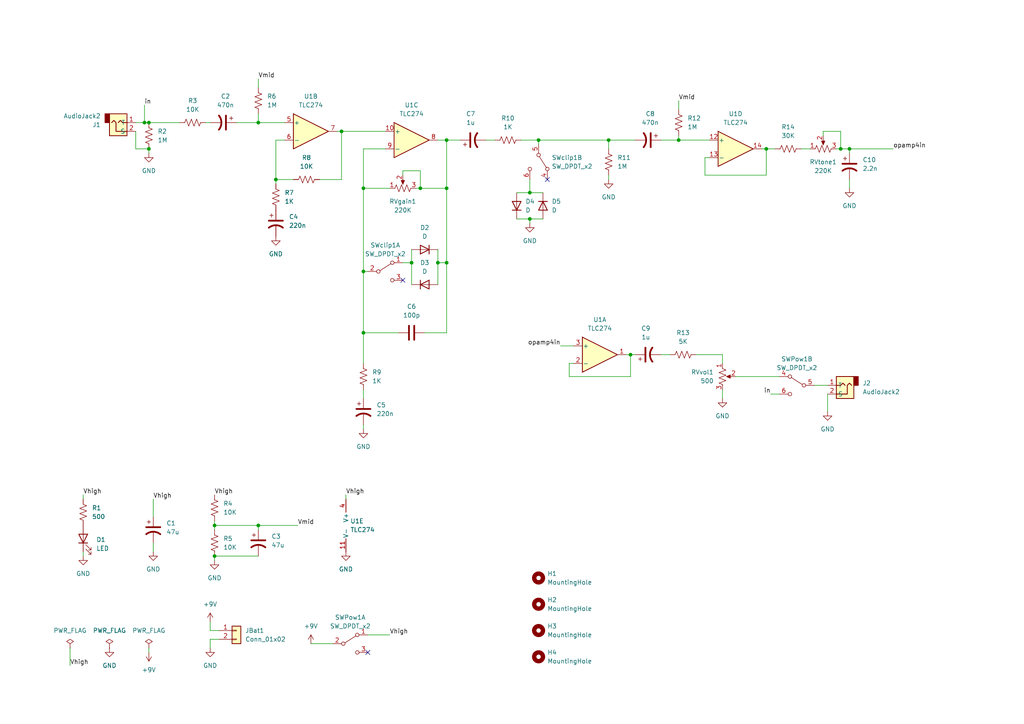
<source format=kicad_sch>
(kicad_sch (version 20211123) (generator eeschema)
  (paper "A4")
  (title_block (title "OD-DS-FZ") (date "2022-10-18") (rev "v0.0.0"))
  (lib_symbols
    (symbol "Amplifier_Operational:TLC274" (pin_names (offset 0.127))
      (property "Reference" "U" (at 0 5.08 0))
      (property "Value" "TLC274" (at 0 -5.08 0))
      (symbol "TLC274_1_1"
        (polyline (pts (xy -5.08 5.08) (xy 5.08 0) (xy -5.08 -5.08) (xy -5.08 5.08)) (stroke (width 0.254)) (fill (type background)))
        (pin output line (at 7.62 0 180) (length 2.54) (name "~") (number "1"))
        (pin input line (at -7.62 -2.54 0) (length 2.54) (name "-") (number "2"))
        (pin input line (at -7.62 2.54 0) (length 2.54) (name "+") (number "3"))
      )
      (symbol "TLC274_2_1"
        (polyline (pts (xy -5.08 5.08) (xy 5.08 0) (xy -5.08 -5.08) (xy -5.08 5.08)) (stroke (width 0.254)) (fill (type background)))
        (pin input line (at -7.62 2.54 0) (length 2.54) (name "+") (number "5"))
        (pin input line (at -7.62 -2.54 0) (length 2.54) (name "-") (number "6"))
        (pin output line (at 7.62 0 180) (length 2.54) (name "~") (number "7"))
      )
      (symbol "TLC274_3_1"
        (polyline (pts (xy -5.08 5.08) (xy 5.08 0) (xy -5.08 -5.08) (xy -5.08 5.08)) (stroke (width 0.254)) (fill (type background)))
        (pin input line (at -7.62 2.54 0) (length 2.54) (name "+") (number "10"))
        (pin output line (at 7.62 0 180) (length 2.54) (name "~") (number "8"))
        (pin input line (at -7.62 -2.54 0) (length 2.54) (name "-") (number "9"))
      )
      (symbol "TLC274_4_1"
        (polyline (pts (xy -5.08 5.08) (xy 5.08 0) (xy -5.08 -5.08) (xy -5.08 5.08)) (stroke (width 0.254)) (fill (type background)))
        (pin input line (at -7.62 2.54 0) (length 2.54) (name "+") (number "12"))
        (pin input line (at -7.62 -2.54 0) (length 2.54) (name "-") (number "13"))
        (pin output line (at 7.62 0 180) (length 2.54) (name "~") (number "14"))
      )
      (symbol "TLC274_5_1"
        (pin power_in line (at -2.54 -7.62 90) (length 3.81) (name "V-") (number "11"))
        (pin power_in line (at -2.54 7.62 270) (length 3.81) (name "V+") (number "4"))
      )
    )
    (symbol "AudioJack2_1"
      (property "Reference" "J1" (at -5.08 0.6351 0))
      (property "Value" "AudioJack2_1" (at -5.08 -1.9049 0))
      (symbol "AudioJack2_1_0_1"
        (rectangle (start -3.81 0) (end -2.54 -2.54) (stroke (width 0.254)) (fill (type outline)))
        (rectangle (start -2.54 3.81) (end 2.54 -2.54) (stroke (width 0.254)) (fill (type background)))
        (polyline (pts (xy 0 0) (xy 0.635 -0.635) (xy 1.27 0) (xy 2.54 0)) (stroke (width 0.254)))
        (polyline (pts (xy 2.54 2.54) (xy -0.635 2.54) (xy -0.635 0) (xy -1.27 -0.635) (xy -1.905 0)) (stroke (width 0.254)))
      )
      (symbol "AudioJack2_1_1_1"
        (pin passive line (at 5.08 0 180) (length 2.54) (name "T") (number "1"))
        (pin passive line (at 5.08 2.54 180) (length 2.54) (name "S") (number "2"))
      )
    )
    (symbol "Connector_Generic:Conn_01x02" (pin_names (offset 1.016) hide)
      (property "Reference" "J" (at 0 2.54 0))
      (property "Value" "Conn_01x02" (at 0 -5.08 0))
      (symbol "Conn_01x02_1_1"
        (rectangle (start -1.27 -2.413) (end 0 -2.667) (stroke (width 0.1524)))
        (rectangle (start -1.27 0.127) (end 0 -0.127) (stroke (width 0.1524)))
        (rectangle (start -1.27 1.27) (end 1.27 -3.81) (stroke (width 0.254)) (fill (type background)))
        (pin passive line (at -5.08 0 0) (length 3.81) (name "Pin_1") (number "1"))
        (pin passive line (at -5.08 -2.54 0) (length 3.81) (name "Pin_2") (number "2"))
      )
    )
    (symbol "Device:C" (pin_numbers hide) (pin_names (offset 0.254))
      (property "Reference" "C" (at 0.635 2.54 0))
      (property "Value" "C" (at 0.635 -2.54 0))
      (symbol "C_0_1"
        (polyline (pts (xy -2.032 -0.762) (xy 2.032 -0.762)) (stroke (width 0.508)))
        (polyline (pts (xy -2.032 0.762) (xy 2.032 0.762)) (stroke (width 0.508)))
      )
      (symbol "C_1_1"
        (pin passive line (at 0 3.81 270) (length 2.794) (name "~") (number "1"))
        (pin passive line (at 0 -3.81 90) (length 2.794) (name "~") (number "2"))
      )
    )
    (symbol "Device:C_Polarized_US" (pin_numbers hide) (pin_names (offset 0.254) hide)
      (property "Reference" "C" (at 0.635 2.54 0))
      (property "Value" "C_Polarized_US" (at 0.635 -2.54 0))
      (symbol "C_Polarized_US_0_1"
        (polyline (pts (xy -2.032 0.762) (xy 2.032 0.762)) (stroke (width 0.508)))
        (polyline (pts (xy -1.778 2.286) (xy -0.762 2.286)))
        (polyline (pts (xy -1.27 1.778) (xy -1.27 2.794)))
        (arc (start 2.032 -1.27) (mid 0 -0.5572) (end -2.032 -1.27) (stroke (width 0.508)))
      )
      (symbol "C_Polarized_US_1_1"
        (pin passive line (at 0 3.81 270) (length 2.794) (name "~") (number "1"))
        (pin passive line (at 0 -3.81 90) (length 3.302) (name "~") (number "2"))
      )
    )
    (symbol "Device:D" (pin_numbers hide) (pin_names (offset 1.016) hide)
      (property "Reference" "D" (at 0 2.54 0))
      (property "Value" "D" (at 0 -2.54 0))
      (symbol "D_0_1"
        (polyline (pts (xy -1.27 1.27) (xy -1.27 -1.27)) (stroke (width 0.254)))
        (polyline (pts (xy 1.27 0) (xy -1.27 0)))
        (polyline (pts (xy 1.27 1.27) (xy 1.27 -1.27) (xy -1.27 0) (xy 1.27 1.27)) (stroke (width 0.254)))
      )
      (symbol "D_1_1"
        (pin passive line (at -3.81 0 0) (length 2.54) (name "K") (number "1"))
        (pin passive line (at 3.81 0 180) (length 2.54) (name "A") (number "2"))
      )
    )
    (symbol "Device:LED" (pin_numbers hide) (pin_names (offset 1.016) hide)
      (property "Reference" "D" (at 0 2.54 0))
      (property "Value" "LED" (at 0 -2.54 0))
      (symbol "LED_0_1"
        (polyline (pts (xy -1.27 -1.27) (xy -1.27 1.27)) (stroke (width 0.254)))
        (polyline (pts (xy -1.27 0) (xy 1.27 0)))
        (polyline (pts (xy 1.27 -1.27) (xy 1.27 1.27) (xy -1.27 0) (xy 1.27 -1.27)) (stroke (width 0.254)))
        (polyline (pts (xy -3.048 -0.762) (xy -4.572 -2.286) (xy -3.81 -2.286) (xy -4.572 -2.286) (xy -4.572 -1.524)))
        (polyline (pts (xy -1.778 -0.762) (xy -3.302 -2.286) (xy -2.54 -2.286) (xy -3.302 -2.286) (xy -3.302 -1.524)))
      )
      (symbol "LED_1_1"
        (pin passive line (at -3.81 0 0) (length 2.54) (name "K") (number "1"))
        (pin passive line (at 3.81 0 180) (length 2.54) (name "A") (number "2"))
      )
    )
    (symbol "Device:R_Potentiometer_US" (pin_names (offset 1.016) hide)
      (property "Reference" "RV" (at -4.445 0 90))
      (property "Value" "R_Potentiometer_US" (at -2.54 0 90))
      (symbol "R_Potentiometer_US_0_1"
        (polyline (pts (xy 0 -2.286) (xy 0 -2.54)))
        (polyline (pts (xy 0 2.54) (xy 0 2.286)))
        (polyline (pts (xy 2.54 0) (xy 1.524 0)))
        (polyline (pts (xy 1.143 0) (xy 2.286 0.508) (xy 2.286 -0.508) (xy 1.143 0)) (fill (type outline)))
        (polyline (pts (xy 0 -0.762) (xy 1.016 -1.143) (xy 0 -1.524) (xy -1.016 -1.905) (xy 0 -2.286)))
        (polyline (pts (xy 0 0.762) (xy 1.016 0.381) (xy 0 0) (xy -1.016 -0.381) (xy 0 -0.762)))
        (polyline (pts (xy 0 2.286) (xy 1.016 1.905) (xy 0 1.524) (xy -1.016 1.143) (xy 0 0.762)))
      )
      (symbol "R_Potentiometer_US_1_1"
        (pin passive line (at 0 3.81 270) (length 1.27) (name "1") (number "1"))
        (pin passive line (at 3.81 0 180) (length 1.27) (name "2") (number "2"))
        (pin passive line (at 0 -3.81 90) (length 1.27) (name "3") (number "3"))
      )
    )
    (symbol "Device:R_US" (pin_numbers hide) (pin_names (offset 0))
      (property "Reference" "R" (at 2.54 0 90))
      (property "Value" "R_US" (at -2.54 0 90))
      (symbol "R_US_0_1"
        (polyline (pts (xy 0 -2.286) (xy 0 -2.54)))
        (polyline (pts (xy 0 2.286) (xy 0 2.54)))
        (polyline (pts (xy 0 -0.762) (xy 1.016 -1.143) (xy 0 -1.524) (xy -1.016 -1.905) (xy 0 -2.286)))
        (polyline (pts (xy 0 0.762) (xy 1.016 0.381) (xy 0 0) (xy -1.016 -0.381) (xy 0 -0.762)))
        (polyline (pts (xy 0 2.286) (xy 1.016 1.905) (xy 0 1.524) (xy -1.016 1.143) (xy 0 0.762)))
      )
      (symbol "R_US_1_1"
        (pin passive line (at 0 3.81 270) (length 1.27) (name "~") (number "1"))
        (pin passive line (at 0 -3.81 90) (length 1.27) (name "~") (number "2"))
      )
    )
    (symbol "Mechanical:MountingHole" (pin_names (offset 1.016))
      (property "Reference" "H" (at 0 5.08 0))
      (property "Value" "MountingHole" (at 0 3.175 0))
      (symbol "MountingHole_0_1"
        (circle (center 0 0) (radius 1.27) (stroke (width 1.27)))
      )
    )
    (symbol "Switch:SW_DPDT_x2" (pin_names (offset 0) hide)
      (property "Reference" "SW" (at 0 4.318 0))
      (property "Value" "SW_DPDT_x2" (at 0 -5.08 0))
      (symbol "SW_DPDT_x2_0_0"
        (circle (center -2.032 0) (radius 0.508))
        (circle (center 2.032 -2.54) (radius 0.508))
      )
      (symbol "SW_DPDT_x2_0_1"
        (polyline (pts (xy -1.524 0.254) (xy 1.651 2.286)))
        (circle (center 2.032 2.54) (radius 0.508))
      )
      (symbol "SW_DPDT_x2_1_1"
        (pin passive line (at 5.08 2.54 180) (length 2.54) (name "A") (number "1"))
        (pin passive line (at -5.08 0 0) (length 2.54) (name "B") (number "2"))
        (pin passive line (at 5.08 -2.54 180) (length 2.54) (name "C") (number "3"))
      )
      (symbol "SW_DPDT_x2_2_1"
        (pin passive line (at 5.08 2.54 180) (length 2.54) (name "A") (number "4"))
        (pin passive line (at -5.08 0 0) (length 2.54) (name "B") (number "5"))
        (pin passive line (at 5.08 -2.54 180) (length 2.54) (name "C") (number "6"))
      )
    )
    (symbol "power:+9V" (power) (pin_names (offset 0))
      (property "Value" "+9V" (at 0 3.556 0))
      (symbol "+9V_0_1"
        (polyline (pts (xy -0.762 1.27) (xy 0 2.54)))
        (polyline (pts (xy 0 0) (xy 0 2.54)))
        (polyline (pts (xy 0 2.54) (xy 0.762 1.27)))
      )
      (symbol "+9V_1_1"
        (pin power_in line (at 0 0 90) (length 0) hide (name "+9V") (number "1"))
      )
    )
    (symbol "power:GND" (power) (pin_names (offset 0))
      (property "Value" "GND" (at 0 -3.81 0))
      (symbol "GND_0_1"
        (polyline (pts (xy 0 0) (xy 0 -1.27) (xy 1.27 -1.27) (xy 0 -2.54) (xy -1.27 -1.27) (xy 0 -1.27)))
      )
      (symbol "GND_1_1"
        (pin power_in line (at 0 0 270) (length 0) hide (name "GND") (number "1"))
      )
    )
    (symbol "power:PWR_FLAG" (power) (pin_numbers hide) (pin_names (offset 0) hide)
      (property "Value" "PWR_FLAG" (at 0 3.81 0))
      (symbol "PWR_FLAG_0_0"
        (pin power_out line (at 0 0 90) (length 0) (name "pwr") (number "1"))
      )
      (symbol "PWR_FLAG_0_1"
        (polyline (pts (xy 0 0) (xy 0 1.27) (xy -1.016 1.905) (xy 0 2.54) (xy 1.016 1.905) (xy 0 1.27)))
      )
    )
  )
  (junction (at 129.54 76.2))
  (junction (at 121.92 54.61))
  (junction (at 129.54 54.61))
  (junction (at 196.85 40.64))
  (junction (at 62.23 161.29))
  (junction (at 43.18 43.18))
  (junction (at 182.88 102.87))
  (junction (at 243.84 43.18))
  (junction (at 127 76.2))
  (junction (at 74.93 35.56))
  (junction (at 74.93 152.4))
  (junction (at 99.06 38.1))
  (junction (at 62.23 152.4))
  (junction (at 80.01 52.07))
  (junction (at 41.91 35.56))
  (junction (at 129.54 40.64))
  (junction (at 222.25 43.18))
  (junction (at 246.38 43.18))
  (junction (at 156.21 40.64))
  (junction (at 176.53 40.64))
  (junction (at 43.18 35.56))
  (junction (at 153.67 63.5))
  (junction (at 105.41 54.61))
  (junction (at 119.38 76.2))
  (junction (at 105.41 96.52))
  (junction (at 105.41 78.74))
  (junction (at 153.67 55.88))
  (no_connect (at 106.68 189.23))
  (no_connect (at 116.84 81.28))
  (no_connect (at 158.75 52.07))
  (wire (pts (xy 24.13 160.02) (xy 24.13 161.29)))
  (wire (pts (xy 62.23 161.29) (xy 74.93 161.29)))
  (wire (pts (xy 156.21 40.64) (xy 176.53 40.64)))
  (wire (pts (xy 43.18 35.56) (xy 52.07 35.56)))
  (wire (pts (xy 82.55 40.64) (xy 80.01 40.64)))
  (wire (pts (xy 151.13 40.64) (xy 156.21 40.64)))
  (wire (pts (xy 240.03 119.38) (xy 240.03 114.3)))
  (wire (pts (xy 129.54 54.61) (xy 129.54 76.2)))
  (wire (pts (xy 105.41 54.61) (xy 113.03 54.61)))
  (wire (pts (xy 63.5 182.88) (xy 60.96 182.88)))
  (wire (pts (xy 204.47 45.72) (xy 204.47 50.8)))
  (wire (pts (xy 236.22 111.76) (xy 240.03 111.76)))
  (wire (pts (xy 44.45 144.78) (xy 44.45 149.86)))
  (wire (pts (xy 223.52 114.3) (xy 226.06 114.3)))
  (wire (pts (xy 68.58 35.56) (xy 74.93 35.56)))
  (wire (pts (xy 129.54 40.64) (xy 133.35 40.64)))
  (wire (pts (xy 176.53 40.64) (xy 184.15 40.64)))
  (wire (pts (xy 121.92 54.61) (xy 129.54 54.61)))
  (wire (pts (xy 74.93 152.4) (xy 74.93 153.67)))
  (wire (pts (xy 196.85 29.21) (xy 196.85 31.75)))
  (wire (pts (xy 127 76.2) (xy 127 82.55)))
  (wire (pts (xy 232.41 43.18) (xy 234.95 43.18)))
  (wire (pts (xy 24.13 143.51) (xy 24.13 144.78)))
  (wire (pts (xy 129.54 40.64) (xy 127 40.64)))
  (wire (pts (xy 129.54 96.52) (xy 123.19 96.52)))
  (wire (pts (xy 182.88 102.87) (xy 181.61 102.87)))
  (wire (pts (xy 129.54 76.2) (xy 129.54 96.52)))
  (wire (pts (xy 209.55 113.03) (xy 209.55 115.57)))
  (wire (pts (xy 149.86 63.5) (xy 153.67 63.5)))
  (wire (pts (xy 176.53 43.18) (xy 176.53 40.64)))
  (wire (pts (xy 246.38 43.18) (xy 259.08 43.18)))
  (wire (pts (xy 176.53 50.8) (xy 176.53 52.07)))
  (wire (pts (xy 80.01 52.07) (xy 80.01 53.34)))
  (wire (pts (xy 106.68 78.74) (xy 105.41 78.74)))
  (wire (pts (xy 111.76 43.18) (xy 105.41 43.18)))
  (wire (pts (xy 105.41 78.74) (xy 105.41 96.52)))
  (wire (pts (xy 106.68 184.15) (xy 113.03 184.15)))
  (wire (pts (xy 156.21 40.64) (xy 156.21 41.91)))
  (wire (pts (xy 119.38 72.39) (xy 119.38 76.2)))
  (wire (pts (xy 246.38 43.18) (xy 246.38 44.45)))
  (wire (pts (xy 162.56 100.33) (xy 166.37 100.33)))
  (wire (pts (xy 182.88 102.87) (xy 184.15 102.87)))
  (wire (pts (xy 191.77 102.87) (xy 194.31 102.87)))
  (wire (pts (xy 105.41 113.03) (xy 105.41 115.57)))
  (wire (pts (xy 74.93 152.4) (xy 86.36 152.4)))
  (wire (pts (xy 105.41 43.18) (xy 105.41 54.61)))
  (wire (pts (xy 165.1 109.22) (xy 182.88 109.22)))
  (wire (pts (xy 153.67 63.5) (xy 157.48 63.5)))
  (wire (pts (xy 243.84 43.18) (xy 246.38 43.18)))
  (wire (pts (xy 105.41 96.52) (xy 105.41 105.41)))
  (wire (pts (xy 105.41 123.19) (xy 105.41 124.46)))
  (wire (pts (xy 62.23 152.4) (xy 74.93 152.4)))
  (wire (pts (xy 129.54 54.61) (xy 129.54 40.64)))
  (wire (pts (xy 182.88 109.22) (xy 182.88 102.87)))
  (wire (pts (xy 74.93 35.56) (xy 74.93 33.02)))
  (wire (pts (xy 59.69 35.56) (xy 60.96 35.56)))
  (wire (pts (xy 44.45 157.48) (xy 44.45 160.02)))
  (wire (pts (xy 127 72.39) (xy 127 76.2)))
  (wire (pts (xy 63.5 185.42) (xy 60.96 185.42)))
  (wire (pts (xy 222.25 50.8) (xy 222.25 43.18)))
  (wire (pts (xy 41.91 35.56) (xy 43.18 35.56)))
  (wire (pts (xy 149.86 55.88) (xy 153.67 55.88)))
  (wire (pts (xy 204.47 50.8) (xy 222.25 50.8)))
  (wire (pts (xy 246.38 52.07) (xy 246.38 54.61)))
  (wire (pts (xy 62.23 162.56) (xy 62.23 161.29)))
  (wire (pts (xy 119.38 76.2) (xy 119.38 82.55)))
  (wire (pts (xy 116.84 49.53) (xy 121.92 49.53)))
  (wire (pts (xy 60.96 185.42) (xy 60.96 187.96)))
  (wire (pts (xy 153.67 52.07) (xy 153.67 55.88)))
  (wire (pts (xy 243.84 38.1) (xy 243.84 43.18)))
  (wire (pts (xy 205.74 45.72) (xy 204.47 45.72)))
  (wire (pts (xy 80.01 52.07) (xy 85.09 52.07)))
  (wire (pts (xy 41.91 30.48) (xy 41.91 35.56)))
  (wire (pts (xy 166.37 105.41) (xy 165.1 105.41)))
  (wire (pts (xy 129.54 76.2) (xy 127 76.2)))
  (wire (pts (xy 60.96 182.88) (xy 60.96 180.34)))
  (wire (pts (xy 213.36 109.22) (xy 226.06 109.22)))
  (wire (pts (xy 153.67 64.77) (xy 153.67 63.5)))
  (wire (pts (xy 100.33 143.51) (xy 100.33 144.78)))
  (wire (pts (xy 99.06 52.07) (xy 99.06 38.1)))
  (wire (pts (xy 140.97 40.64) (xy 143.51 40.64)))
  (wire (pts (xy 99.06 38.1) (xy 111.76 38.1)))
  (wire (pts (xy 121.92 54.61) (xy 120.65 54.61)))
  (wire (pts (xy 43.18 187.96) (xy 43.18 189.23)))
  (wire (pts (xy 92.71 52.07) (xy 99.06 52.07)))
  (wire (pts (xy 153.67 55.88) (xy 157.48 55.88)))
  (wire (pts (xy 196.85 40.64) (xy 196.85 39.37)))
  (wire (pts (xy 74.93 22.86) (xy 74.93 25.4)))
  (wire (pts (xy 43.18 44.45) (xy 43.18 43.18)))
  (wire (pts (xy 196.85 40.64) (xy 205.74 40.64)))
  (wire (pts (xy 99.06 38.1) (xy 97.79 38.1)))
  (wire (pts (xy 105.41 96.52) (xy 115.57 96.52)))
  (wire (pts (xy 39.37 43.18) (xy 43.18 43.18)))
  (wire (pts (xy 74.93 35.56) (xy 82.55 35.56)))
  (wire (pts (xy 243.84 43.18) (xy 242.57 43.18)))
  (wire (pts (xy 105.41 78.74) (xy 105.41 54.61)))
  (wire (pts (xy 90.17 186.69) (xy 96.52 186.69)))
  (wire (pts (xy 209.55 102.87) (xy 209.55 105.41)))
  (wire (pts (xy 222.25 43.18) (xy 220.98 43.18)))
  (wire (pts (xy 238.76 39.37) (xy 238.76 38.1)))
  (wire (pts (xy 62.23 151.13) (xy 62.23 152.4)))
  (wire (pts (xy 191.77 40.64) (xy 196.85 40.64)))
  (wire (pts (xy 39.37 35.56) (xy 41.91 35.56)))
  (wire (pts (xy 201.93 102.87) (xy 209.55 102.87)))
  (wire (pts (xy 121.92 49.53) (xy 121.92 54.61)))
  (wire (pts (xy 62.23 152.4) (xy 62.23 153.67)))
  (wire (pts (xy 39.37 38.1) (xy 39.37 43.18)))
  (wire (pts (xy 116.84 50.8) (xy 116.84 49.53)))
  (wire (pts (xy 20.32 187.96) (xy 20.32 193.04)))
  (wire (pts (xy 238.76 38.1) (xy 243.84 38.1)))
  (wire (pts (xy 116.84 76.2) (xy 119.38 76.2)))
  (wire (pts (xy 222.25 43.18) (xy 224.79 43.18)))
  (wire (pts (xy 80.01 40.64) (xy 80.01 52.07)))
  (wire (pts (xy 165.1 105.41) (xy 165.1 109.22)))
  (label "in" (at 41.91 30.48 0))
  (label "in" (at 223.52 114.3 180))
  (label "Vhigh" (at 20.32 193.04 0))
  (label "opamp4in" (at 162.56 100.33 180))
  (label "Vmid" (at 86.36 152.4 0))
  (label "Vhigh" (at 113.03 184.15 0))
  (label "Vhigh" (at 24.13 143.51 0))
  (label "Vhigh" (at 62.23 143.51 0))
  (label "opamp4in" (at 259.08 43.18 0))
  (label "Vmid" (at 196.85 29.21 0))
  (label "Vmid" (at 74.93 22.86 0))
  (label "Vhigh" (at 44.45 144.78 0))
  (label "Vhigh" (at 100.33 143.51 0))
  (symbol (lib_id "power:+9V") (at 90.17 186.69 0) (unit 1)
    (property "Reference" "#PWR0110" (effects hide))
    (property "Value" "+9V" (at 90.17 181.61 0))
  )
  (symbol (lib_id "Device:R_Potentiometer_US") (at 238.76 43.18 90) (unit 1)
    (property "Reference" "RVtone1" (at 238.76 46.99 90))
    (property "Value" "220K" (at 238.76 49.53 90))
    (property "Footprint" "Connector_Wire:SolderWire-0.5sqmm_1x03_P4.6mm_D0.9mm_OD2.1mm" (effects hide))
  )
  (symbol (lib_id "Device:R_US") (at 198.12 102.87 90) (unit 1)
    (property "Reference" "R13" (at 198.12 96.52 90))
    (property "Value" "5K" (at 198.12 99.06 90))
    (property "Footprint" "Resistor_THT:R_Axial_DIN0207_L6.3mm_D2.5mm_P10.16mm_Horizontal" (effects hide))
  )
  (symbol (lib_id "Device:R_US") (at 43.18 39.37 0) (unit 1)
    (property "Reference" "R2" (at 45.72 38.0999 0) (effects (justify left)))
    (property "Value" "1M" (at 45.72 40.6399 0) (effects (justify left)))
    (property "Footprint" "Resistor_THT:R_Axial_DIN0207_L6.3mm_D2.5mm_P10.16mm_Horizontal" (effects hide))
  )
  (symbol (lib_id "Mechanical:MountingHole") (at 156.21 190.5 0) (unit 1)
    (property "Reference" "H4" (at 158.75 189.2299 0) (effects (justify left)))
    (property "Value" "MountingHole" (at 158.75 191.7699 0) (effects (justify left)))
    (property "Footprint" "MountingHole:MountingHole_3.2mm_M3" (effects hide))
  )
  (symbol (lib_id "Device:C_Polarized_US") (at 64.77 35.56 270) (unit 1)
    (property "Reference" "C2" (at 65.405 27.94 90))
    (property "Value" "470n" (at 65.405 30.48 90))
    (property "Footprint" "Capacitor_THT:CP_Radial_D7.5mm_P2.50mm" (effects hide))
  )
  (symbol (lib_id "Amplifier_Operational:TLC274") (at 90.17 38.1 0) (unit 2)
    (property "Reference" "U1" (at 90.17 27.94 0))
    (property "Value" "TLC274" (at 90.17 30.48 0))
    (property "Footprint" "Package_DIP:DIP-14_W7.62mm" (effects hide))
    (property "Datasheet" "http://www.ti.com/lit/ds/symlink/tlc274.pdf" (effects hide))
  )
  (symbol (lib_id "Device:D") (at 123.19 82.55 0) (unit 1)
    (property "Reference" "D3" (at 123.19 76.2 0))
    (property "Value" "D" (at 123.19 78.74 0))
    (property "Footprint" "Diode_THT:D_DO-15_P15.24mm_Horizontal" (effects hide))
  )
  (symbol (lib_id "power:GND") (at 24.13 161.29 0) (unit 1)
    (property "Reference" "#PWR0104" (effects hide))
    (property "Value" "GND" (at 24.13 166.37 0))
  )
  (symbol (lib_id "power:PWR_FLAG") (at 20.32 187.96 0) (unit 1)
    (property "Reference" "#FLG0102" (effects hide))
    (property "Value" "PWR_FLAG" (at 20.32 182.88 0))
  )
  (symbol (lib_id "Device:R_US") (at 88.9 52.07 90) (unit 1)
    (property "Reference" "R8" (at 88.9 45.72 90))
    (property "Value" "10K" (at 88.9 48.26 90))
    (property "Footprint" "Resistor_THT:R_Axial_DIN0207_L6.3mm_D2.5mm_P10.16mm_Horizontal" (effects hide))
  )
  (symbol (lib_id "Amplifier_Operational:TLC274") (at 213.36 43.18 0) (unit 4)
    (property "Reference" "U1" (at 213.36 33.02 0))
    (property "Value" "TLC274" (at 213.36 35.56 0))
    (property "Footprint" "Package_DIP:DIP-14_W7.62mm" (effects hide))
    (property "Datasheet" "http://www.ti.com/lit/ds/symlink/tlc274.pdf" (effects hide))
  )
  (symbol (lib_id "Amplifier_Operational:TLC274") (at 173.99 102.87 0) (unit 1)
    (property "Reference" "U1" (at 173.99 92.71 0))
    (property "Value" "TLC274" (at 173.99 95.25 0))
    (property "Footprint" "Package_DIP:DIP-14_W7.62mm" (effects hide))
    (property "Datasheet" "http://www.ti.com/lit/ds/symlink/tlc274.pdf" (effects hide))
  )
  (symbol (lib_id "power:PWR_FLAG") (at 31.75 187.96 0) (unit 1)
    (property "Reference" "#FLG0101" (effects hide))
    (property "Value" "PWR_FLAG" (at 31.75 182.88 0))
  )
  (symbol (lib_id "Device:R_US") (at 62.23 147.32 0) (unit 1)
    (property "Reference" "R4" (at 64.77 146.0499 0) (effects (justify left)))
    (property "Value" "10K" (at 64.77 148.5899 0) (effects (justify left)))
    (property "Footprint" "Resistor_THT:R_Axial_DIN0207_L6.3mm_D2.5mm_P10.16mm_Horizontal" (effects hide))
  )
  (symbol (lib_id "Device:C_Polarized_US") (at 137.16 40.64 90) (unit 1)
    (property "Reference" "C7" (at 136.525 33.02 90))
    (property "Value" "1u" (at 136.525 35.56 90))
    (property "Footprint" "Capacitor_THT:CP_Radial_D7.5mm_P2.50mm" (effects hide))
  )
  (symbol (lib_id "power:GND") (at 246.38 54.61 0) (unit 1)
    (property "Reference" "#PWR0115" (effects hide))
    (property "Value" "GND" (at 246.38 59.69 0))
  )
  (symbol (lib_id "Device:R_US") (at 196.85 35.56 0) (unit 1)
    (property "Reference" "R12" (at 199.39 34.2899 0) (effects (justify left)))
    (property "Value" "1M" (at 199.39 36.8299 0) (effects (justify left)))
    (property "Footprint" "Resistor_THT:R_Axial_DIN0207_L6.3mm_D2.5mm_P10.16mm_Horizontal" (effects hide))
  )
  (symbol (lib_id "power:GND") (at 240.03 119.38 0) (unit 1)
    (property "Reference" "#PWR0116" (effects hide))
    (property "Value" "GND" (at 240.03 124.46 0))
  )
  (symbol (lib_id "Device:R_US") (at 74.93 29.21 0) (unit 1)
    (property "Reference" "R6" (at 77.47 27.9399 0) (effects (justify left)))
    (property "Value" "1M" (at 77.47 30.4799 0) (effects (justify left)))
    (property "Footprint" "Resistor_THT:R_Axial_DIN0207_L6.3mm_D2.5mm_P10.16mm_Horizontal" (effects hide))
  )
  (symbol (lib_id "Device:C_Polarized_US") (at 74.93 157.48 0) (unit 1)
    (property "Reference" "C3" (at 78.74 155.5749 0) (effects (justify left)))
    (property "Value" "47u" (at 78.74 158.1149 0) (effects (justify left)))
    (property "Footprint" "Capacitor_THT:CP_Radial_D7.5mm_P2.50mm" (effects hide))
  )
  (symbol (lib_id "Mechanical:MountingHole") (at 156.21 167.64 0) (unit 1)
    (property "Reference" "H1" (at 158.75 166.3699 0) (effects (justify left)))
    (property "Value" "MountingHole" (at 158.75 168.9099 0) (effects (justify left)))
    (property "Footprint" "MountingHole:MountingHole_3.2mm_M3" (effects hide))
  )
  (symbol (lib_id "power:GND") (at 31.75 187.96 0) (unit 1)
    (property "Reference" "#PWR0105" (effects hide))
    (property "Value" "GND" (at 31.75 193.04 0))
  )
  (symbol (lib_id "Device:R_US") (at 80.01 57.15 0) (unit 1)
    (property "Reference" "R7" (at 82.55 55.8799 0) (effects (justify left)))
    (property "Value" "1K" (at 82.55 58.4199 0) (effects (justify left)))
    (property "Footprint" "Resistor_THT:R_Axial_DIN0207_L6.3mm_D2.5mm_P10.16mm_Horizontal" (effects hide))
  )
  (symbol (lib_id "Device:LED") (at 24.13 156.21 90) (unit 1)
    (property "Reference" "D1" (at 27.94 156.5274 90) (effects (justify right)))
    (property "Value" "LED" (at 27.94 159.0674 90) (effects (justify right)))
    (property "Footprint" "Connector_Wire:SolderWire-0.5sqmm_1x02_P4.6mm_D0.9mm_OD2.1mm" (effects hide))
  )
  (symbol (lib_id "Switch:SW_DPDT_x2") (at 101.6 186.69 0) (unit 1)
    (property "Reference" "SWPow1" (at 101.6 179.07 0))
    (property "Value" "SW_DPDT_x2" (at 101.6 181.61 0))
    (property "Footprint" "Connector_Wire:SolderWire-0.5sqmm_1x06_P4.6mm_D0.9mm_OD2.1mm" (effects hide))
  )
  (symbol (lib_id "power:GND") (at 62.23 162.56 0) (unit 1)
    (property "Reference" "#PWR0102" (effects hide))
    (property "Value" "GND" (at 62.23 167.64 0))
  )
  (symbol (lib_id "Device:R_Potentiometer_US") (at 209.55 109.22 0) (unit 1)
    (property "Reference" "RVvol1" (at 207.01 107.9499 0) (effects (justify right)))
    (property "Value" "500" (at 207.01 110.4899 0) (effects (justify right)))
    (property "Footprint" "Connector_Wire:SolderWire-0.5sqmm_1x03_P4.6mm_D0.9mm_OD2.1mm" (effects hide))
  )
  (symbol (lib_name "AudioJack2_1") (lib_id "Connector:AudioJack2") (at 34.29 35.56 0) (mirror x) (unit 1)
    (property "Reference" "J1" (at 29.21 36.1951 0) (effects (justify right)))
    (property "Value" "AudioJack2" (at 29.21 33.6551 0) (effects (justify right)))
    (property "Footprint" "Connector_Wire:SolderWire-0.5sqmm_1x02_P4.6mm_D0.9mm_OD2.1mm" (effects hide))
  )
  (symbol (lib_id "power:GND") (at 105.41 124.46 0) (unit 1)
    (property "Reference" "#PWR0117" (effects hide))
    (property "Value" "GND" (at 105.41 129.54 0))
  )
  (symbol (lib_id "Device:R_Potentiometer_US") (at 116.84 54.61 90) (unit 1)
    (property "Reference" "RVgain1" (at 116.84 58.42 90))
    (property "Value" "220K" (at 116.84 60.96 90))
    (property "Footprint" "Connector_Wire:SolderWire-0.5sqmm_1x03_P4.6mm_D0.9mm_OD2.1mm" (effects hide))
  )
  (symbol (lib_id "Device:R_US") (at 228.6 43.18 90) (unit 1)
    (property "Reference" "R14" (at 228.6 36.83 90))
    (property "Value" "30K" (at 228.6 39.37 90))
    (property "Footprint" "Resistor_THT:R_Axial_DIN0207_L6.3mm_D2.5mm_P10.16mm_Horizontal" (effects hide))
  )
  (symbol (lib_id "power:GND") (at 209.55 115.57 0) (unit 1)
    (property "Reference" "#PWR0114" (effects hide))
    (property "Value" "GND" (at 209.55 120.65 0))
  )
  (symbol (lib_id "power:GND") (at 80.01 68.58 0) (unit 1)
    (property "Reference" "#PWR0112" (effects hide))
    (property "Value" "GND" (at 80.01 73.66 0))
  )
  (symbol (lib_id "Device:D") (at 157.48 59.69 270) (unit 1)
    (property "Reference" "D5" (at 160.02 58.4199 90) (effects (justify left)))
    (property "Value" "D" (at 160.02 60.9599 90) (effects (justify left)))
    (property "Footprint" "Diode_THT:D_DO-15_P15.24mm_Horizontal" (effects hide))
  )
  (symbol (lib_id "Device:C_Polarized_US") (at 105.41 119.38 0) (unit 1)
    (property "Reference" "C5" (at 109.22 117.4749 0) (effects (justify left)))
    (property "Value" "220n" (at 109.22 120.0149 0) (effects (justify left)))
    (property "Footprint" "Capacitor_THT:CP_Radial_D7.5mm_P2.50mm" (effects hide))
  )
  (symbol (lib_id "power:GND") (at 100.33 160.02 0) (unit 1)
    (property "Reference" "#PWR0111" (effects hide))
    (property "Value" "GND" (at 100.33 165.1 0))
  )
  (symbol (lib_id "Device:R_US") (at 55.88 35.56 90) (unit 1)
    (property "Reference" "R3" (at 55.88 29.21 90))
    (property "Value" "10K" (at 55.88 31.75 90))
    (property "Footprint" "Resistor_THT:R_Axial_DIN0207_L6.3mm_D2.5mm_P10.16mm_Horizontal" (effects hide))
  )
  (symbol (lib_id "Mechanical:MountingHole") (at 156.21 175.26 0) (unit 1)
    (property "Reference" "H2" (at 158.75 173.9899 0) (effects (justify left)))
    (property "Value" "MountingHole" (at 158.75 176.5299 0) (effects (justify left)))
    (property "Footprint" "MountingHole:MountingHole_3.2mm_M3" (effects hide))
  )
  (symbol (lib_id "Device:C_Polarized_US") (at 187.96 40.64 270) (unit 1)
    (property "Reference" "C8" (at 188.595 33.02 90))
    (property "Value" "470n" (at 188.595 35.56 90))
    (property "Footprint" "Capacitor_THT:CP_Radial_D7.5mm_P2.50mm" (effects hide))
  )
  (symbol (lib_id "Device:R_US") (at 176.53 46.99 0) (unit 1)
    (property "Reference" "R11" (at 179.07 45.7199 0) (effects (justify left)))
    (property "Value" "1M" (at 179.07 48.2599 0) (effects (justify left)))
    (property "Footprint" "Resistor_THT:R_Axial_DIN0207_L6.3mm_D2.5mm_P10.16mm_Horizontal" (effects hide))
  )
  (symbol (lib_id "Mechanical:MountingHole") (at 156.21 182.88 0) (unit 1)
    (property "Reference" "H3" (at 158.75 181.6099 0) (effects (justify left)))
    (property "Value" "MountingHole" (at 158.75 184.1499 0) (effects (justify left)))
    (property "Footprint" "MountingHole:MountingHole_3.2mm_M3" (effects hide))
  )
  (symbol (lib_id "power:GND") (at 43.18 44.45 0) (unit 1)
    (property "Reference" "#PWR0113" (effects hide))
    (property "Value" "GND" (at 43.18 49.53 0))
  )
  (symbol (lib_id "Switch:SW_DPDT_x2") (at 111.76 78.74 0) (unit 1)
    (property "Reference" "SWclip1" (at 111.76 71.12 0))
    (property "Value" "SW_DPDT_x2" (at 111.76 73.66 0))
    (property "Footprint" "Connector_Wire:SolderWire-0.5sqmm_1x06_P4.6mm_D0.9mm_OD2.1mm" (effects hide))
  )
  (symbol (lib_name "AudioJack2_1") (lib_id "Connector:AudioJack2") (at 245.11 111.76 180) (unit 1)
    (property "Reference" "J2" (at 250.19 111.1249 0) (effects (justify right)))
    (property "Value" "AudioJack2" (at 250.19 113.6649 0) (effects (justify right)))
    (property "Footprint" "Connector_Wire:SolderWire-0.5sqmm_1x02_P4.6mm_D0.9mm_OD2.1mm" (effects hide))
  )
  (symbol (lib_id "power:+9V") (at 60.96 180.34 0) (unit 1)
    (property "Reference" "#PWR0106" (effects hide))
    (property "Value" "+9V" (at 60.96 175.26 0))
  )
  (symbol (lib_id "power:GND") (at 44.45 160.02 0) (unit 1)
    (property "Reference" "#PWR0101" (effects hide))
    (property "Value" "GND" (at 44.45 165.1 0))
  )
  (symbol (lib_id "Device:D") (at 123.19 72.39 180) (unit 1)
    (property "Reference" "D2" (at 123.19 66.04 0))
    (property "Value" "D" (at 123.19 68.58 0))
    (property "Footprint" "Diode_THT:D_DO-15_P15.24mm_Horizontal" (effects hide))
  )
  (symbol (lib_id "power:+9V") (at 43.18 189.23 180) (unit 1)
    (property "Reference" "#PWR0103" (effects hide))
    (property "Value" "+9V" (at 43.18 194.31 0))
  )
  (symbol (lib_id "Switch:SW_DPDT_x2") (at 231.14 111.76 0) (mirror y) (unit 2)
    (property "Reference" "SWPow1" (at 231.14 104.14 0))
    (property "Value" "SW_DPDT_x2" (at 231.14 106.68 0))
    (property "Footprint" "Connector_Wire:SolderWire-0.5sqmm_1x06_P4.6mm_D0.9mm_OD2.1mm" (effects hide))
  )
  (symbol (lib_id "power:GND") (at 176.53 52.07 0) (unit 1)
    (property "Reference" "#PWR0108" (effects hide))
    (property "Value" "GND" (at 176.53 57.15 0))
  )
  (symbol (lib_id "Amplifier_Operational:TLC274") (at 119.38 40.64 0) (unit 3)
    (property "Reference" "U1" (at 119.38 30.48 0))
    (property "Value" "TLC274" (at 119.38 33.02 0))
    (property "Footprint" "Package_DIP:DIP-14_W7.62mm" (effects hide))
    (property "Datasheet" "http://www.ti.com/lit/ds/symlink/tlc274.pdf" (effects hide))
  )
  (symbol (lib_id "power:GND") (at 60.96 187.96 0) (unit 1)
    (property "Reference" "#PWR0107" (effects hide))
    (property "Value" "GND" (at 60.96 193.04 0))
  )
  (symbol (lib_id "Device:D") (at 149.86 59.69 90) (unit 1)
    (property "Reference" "D4" (at 152.4 58.4199 90) (effects (justify right)))
    (property "Value" "D" (at 152.4 60.9599 90) (effects (justify right)))
    (property "Footprint" "Diode_THT:D_DO-15_P15.24mm_Horizontal" (effects hide))
  )
  (symbol (lib_id "Connector_Generic:Conn_01x02") (at 68.58 182.88 0) (unit 1)
    (property "Reference" "JBat1" (at 71.12 182.8799 0) (effects (justify left)))
    (property "Value" "Conn_01x02" (at 71.12 185.4199 0) (effects (justify left)))
    (property "Footprint" "Connector_Wire:SolderWire-0.5sqmm_1x02_P4.6mm_D0.9mm_OD2.1mm" (effects hide))
  )
  (symbol (lib_id "Device:C_Polarized_US") (at 187.96 102.87 90) (unit 1)
    (property "Reference" "C9" (at 187.325 95.25 90))
    (property "Value" "1u" (at 187.325 97.79 90))
    (property "Footprint" "Capacitor_THT:CP_Radial_D7.5mm_P2.50mm" (effects hide))
  )
  (symbol (lib_id "Amplifier_Operational:TLC274") (at 102.87 152.4 0) (unit 5)
    (property "Reference" "U1" (at 101.6 151.1299 0) (effects (justify left)))
    (property "Value" "TLC274" (at 101.6 153.6699 0) (effects (justify left)))
    (property "Footprint" "Package_DIP:DIP-14_W7.62mm" (effects hide))
    (property "Datasheet" "http://www.ti.com/lit/ds/symlink/tlc274.pdf" (effects hide))
  )
  (symbol (lib_id "Device:R_US") (at 105.41 109.22 0) (unit 1)
    (property "Reference" "R9" (at 107.95 107.9499 0) (effects (justify left)))
    (property "Value" "1K" (at 107.95 110.4899 0) (effects (justify left)))
    (property "Footprint" "Resistor_THT:R_Axial_DIN0207_L6.3mm_D2.5mm_P10.16mm_Horizontal" (effects hide))
  )
  (symbol (lib_id "Device:C_Polarized_US") (at 246.38 48.26 0) (unit 1)
    (property "Reference" "C10" (at 250.19 46.3549 0) (effects (justify left)))
    (property "Value" "2.2n" (at 250.19 48.8949 0) (effects (justify left)))
    (property "Footprint" "Capacitor_THT:C_Disc_D5.1mm_W3.2mm_P5.00mm" (effects hide))
  )
  (symbol (lib_id "Device:R_US") (at 62.23 157.48 0) (unit 1)
    (property "Reference" "R5" (at 64.77 156.2099 0) (effects (justify left)))
    (property "Value" "10K" (at 64.77 158.7499 0) (effects (justify left)))
    (property "Footprint" "Resistor_THT:R_Axial_DIN0207_L6.3mm_D2.5mm_P10.16mm_Horizontal" (effects hide))
  )
  (symbol (lib_id "power:PWR_FLAG") (at 43.18 187.96 0) (unit 1)
    (property "Reference" "#FLG0103" (effects hide))
    (property "Value" "PWR_FLAG" (at 43.18 182.88 0))
  )
  (symbol (lib_id "Device:C_Polarized_US") (at 44.45 153.67 0) (unit 1)
    (property "Reference" "C1" (at 48.26 151.7649 0) (effects (justify left)))
    (property "Value" "47u" (at 48.26 154.3049 0) (effects (justify left)))
    (property "Footprint" "Capacitor_THT:CP_Radial_D7.5mm_P2.50mm" (effects hide))
  )
  (symbol (lib_id "Device:C_Polarized_US") (at 80.01 64.77 0) (unit 1)
    (property "Reference" "C4" (at 83.82 62.8649 0) (effects (justify left)))
    (property "Value" "220n" (at 83.82 65.4049 0) (effects (justify left)))
    (property "Footprint" "Capacitor_THT:CP_Radial_D7.5mm_P2.50mm" (effects hide))
  )
  (symbol (lib_id "Device:R_US") (at 147.32 40.64 90) (unit 1)
    (property "Reference" "R10" (at 147.32 34.29 90))
    (property "Value" "1K" (at 147.32 36.83 90))
    (property "Footprint" "Resistor_THT:R_Axial_DIN0207_L6.3mm_D2.5mm_P10.16mm_Horizontal" (effects hide))
  )
  (symbol (lib_id "Device:R_US") (at 24.13 148.59 0) (unit 1)
    (property "Reference" "R1" (at 26.67 147.3199 0) (effects (justify left)))
    (property "Value" "500" (at 26.67 149.8599 0) (effects (justify left)))
    (property "Footprint" "Resistor_THT:R_Axial_DIN0207_L6.3mm_D2.5mm_P10.16mm_Horizontal" (effects hide))
  )
  (symbol (lib_id "Switch:SW_DPDT_x2") (at 156.21 46.99 270) (unit 2)
    (property "Reference" "SWclip1" (at 160.02 45.7199 90) (effects (justify left)))
    (property "Value" "SW_DPDT_x2" (at 160.02 48.2599 90) (effects (justify left)))
    (property "Footprint" "Connector_Wire:SolderWire-0.5sqmm_1x06_P4.6mm_D0.9mm_OD2.1mm" (effects hide))
  )
  (symbol (lib_id "Device:C") (at 119.38 96.52 90) (unit 1)
    (property "Reference" "C6" (at 119.38 88.9 90))
    (property "Value" "100p" (at 119.38 91.44 90))
    (property "Footprint" "Capacitor_THT:C_Disc_D5.1mm_W3.2mm_P5.00mm" (effects hide))
  )
  (symbol (lib_id "power:GND") (at 153.67 64.77 0) (unit 1)
    (property "Reference" "#PWR0109" (effects hide))
    (property "Value" "GND" (at 153.67 69.85 0))
  )
)
</source>
